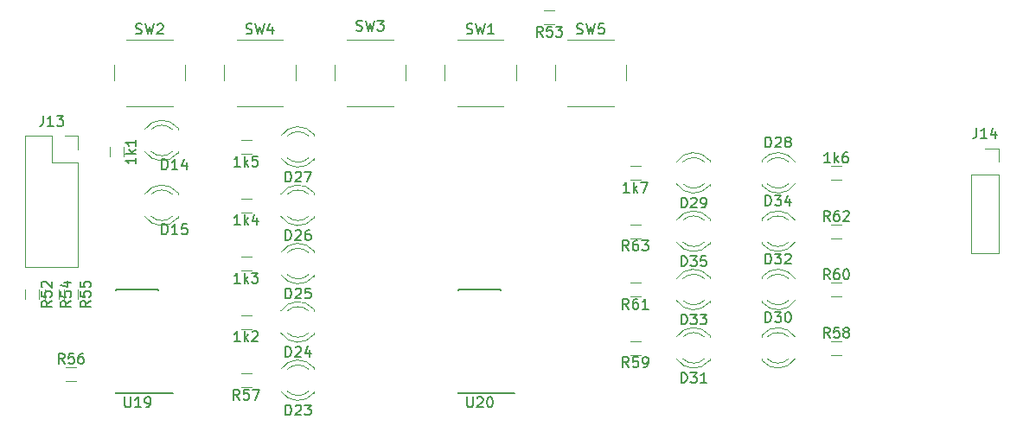
<source format=gbr>
G04 #@! TF.GenerationSoftware,KiCad,Pcbnew,(5.1.5)-3*
G04 #@! TF.CreationDate,2020-07-08T15:38:15+02:00*
G04 #@! TF.ProjectId,SBIO3,5342494f-332e-46b6-9963-61645f706362,rev?*
G04 #@! TF.SameCoordinates,Original*
G04 #@! TF.FileFunction,Legend,Top*
G04 #@! TF.FilePolarity,Positive*
%FSLAX46Y46*%
G04 Gerber Fmt 4.6, Leading zero omitted, Abs format (unit mm)*
G04 Created by KiCad (PCBNEW (5.1.5)-3) date 2020-07-08 15:38:15*
%MOMM*%
%LPD*%
G04 APERTURE LIST*
%ADD10C,0.120000*%
%ADD11C,0.150000*%
G04 APERTURE END LIST*
D10*
X79340000Y-151489000D02*
X80670000Y-151489000D01*
X80670000Y-151489000D02*
X80670000Y-152819000D01*
X78070000Y-151489000D02*
X78070000Y-154089000D01*
X78070000Y-154089000D02*
X80670000Y-154089000D01*
X80670000Y-154089000D02*
X80670000Y-164309000D01*
X75470000Y-164309000D02*
X80670000Y-164309000D01*
X75470000Y-151489000D02*
X75470000Y-164309000D01*
X75470000Y-151489000D02*
X78070000Y-151489000D01*
X169446500Y-152695500D02*
X170776500Y-152695500D01*
X170776500Y-152695500D02*
X170776500Y-154025500D01*
X170776500Y-155295500D02*
X170776500Y-162975500D01*
X168116500Y-162975500D02*
X170776500Y-162975500D01*
X168116500Y-155295500D02*
X168116500Y-162975500D01*
X168116500Y-155295500D02*
X170776500Y-155295500D01*
X87823870Y-157200163D02*
G75*
G02X89905961Y-157200000I1041130J-1079837D01*
G01*
X87823870Y-159359837D02*
G75*
G03X89905961Y-159360000I1041130J1079837D01*
G01*
X87192665Y-157201392D02*
G75*
G02X90425000Y-157044484I1672335J-1078608D01*
G01*
X87192665Y-159358608D02*
G75*
G03X90425000Y-159515516I1672335J1078608D01*
G01*
X90425000Y-157200000D02*
X90425000Y-157044000D01*
X90425000Y-159516000D02*
X90425000Y-159360000D01*
X87823870Y-150850163D02*
G75*
G02X89905961Y-150850000I1041130J-1079837D01*
G01*
X87823870Y-153009837D02*
G75*
G03X89905961Y-153010000I1041130J1079837D01*
G01*
X87192665Y-150851392D02*
G75*
G02X90425000Y-150694484I1672335J-1078608D01*
G01*
X87192665Y-153008608D02*
G75*
G03X90425000Y-153165516I1672335J1078608D01*
G01*
X90425000Y-150850000D02*
X90425000Y-150694000D01*
X90425000Y-153166000D02*
X90425000Y-153010000D01*
D11*
X88560000Y-176690000D02*
X88560000Y-176665000D01*
X84410000Y-176690000D02*
X84410000Y-176585000D01*
X84410000Y-166540000D02*
X84410000Y-166645000D01*
X88560000Y-166540000D02*
X88560000Y-166645000D01*
X88560000Y-176690000D02*
X84410000Y-176690000D01*
X88560000Y-166540000D02*
X84410000Y-166540000D01*
X88560000Y-176665000D02*
X89935000Y-176665000D01*
D10*
X123555000Y-146040000D02*
X123555000Y-144540000D01*
X122305000Y-142040000D02*
X117805000Y-142040000D01*
X116555000Y-144540000D02*
X116555000Y-146040000D01*
X117805000Y-148540000D02*
X122305000Y-148540000D01*
X85420000Y-148540000D02*
X89920000Y-148540000D01*
X84170000Y-144540000D02*
X84170000Y-146040000D01*
X89920000Y-142040000D02*
X85420000Y-142040000D01*
X91170000Y-146040000D02*
X91170000Y-144540000D01*
D11*
X122055000Y-176665000D02*
X123430000Y-176665000D01*
X122055000Y-166540000D02*
X117905000Y-166540000D01*
X122055000Y-176690000D02*
X117905000Y-176690000D01*
X122055000Y-166540000D02*
X122055000Y-166645000D01*
X117905000Y-166540000D02*
X117905000Y-166645000D01*
X117905000Y-176690000D02*
X117905000Y-176585000D01*
X122055000Y-176690000D02*
X122055000Y-176665000D01*
D10*
X96215000Y-148540000D02*
X100715000Y-148540000D01*
X94965000Y-144540000D02*
X94965000Y-146040000D01*
X100715000Y-142040000D02*
X96215000Y-142040000D01*
X101965000Y-146040000D02*
X101965000Y-144540000D01*
X134350000Y-146040000D02*
X134350000Y-144540000D01*
X133100000Y-142040000D02*
X128600000Y-142040000D01*
X127350000Y-144540000D02*
X127350000Y-146040000D01*
X128600000Y-148540000D02*
X133100000Y-148540000D01*
X112760000Y-146040000D02*
X112760000Y-144540000D01*
X111510000Y-142040000D02*
X107010000Y-142040000D01*
X105760000Y-144540000D02*
X105760000Y-146040000D01*
X107010000Y-148540000D02*
X111510000Y-148540000D01*
X142495000Y-159740000D02*
X142495000Y-159584000D01*
X142495000Y-162056000D02*
X142495000Y-161900000D01*
X139893870Y-159740163D02*
G75*
G02X141975961Y-159740000I1041130J-1079837D01*
G01*
X139893870Y-161899837D02*
G75*
G03X141975961Y-161900000I1041130J1079837D01*
G01*
X139262665Y-159741392D02*
G75*
G02X142495000Y-159584484I1672335J-1078608D01*
G01*
X139262665Y-161898608D02*
G75*
G03X142495000Y-162055516I1672335J1078608D01*
G01*
X97620000Y-176105000D02*
X96620000Y-176105000D01*
X96620000Y-174745000D02*
X97620000Y-174745000D01*
X155405000Y-161500000D02*
X154405000Y-161500000D01*
X154405000Y-160140000D02*
X155405000Y-160140000D01*
X100527665Y-176503608D02*
G75*
G03X103760000Y-176660516I1672335J1078608D01*
G01*
X100527665Y-174346392D02*
G75*
G02X103760000Y-174189484I1672335J-1078608D01*
G01*
X101158870Y-176504837D02*
G75*
G03X103240961Y-176505000I1041130J1079837D01*
G01*
X101158870Y-174345163D02*
G75*
G02X103240961Y-174345000I1041130J-1079837D01*
G01*
X103760000Y-176661000D02*
X103760000Y-176505000D01*
X103760000Y-174345000D02*
X103760000Y-174189000D01*
X103760000Y-157200000D02*
X103760000Y-157044000D01*
X103760000Y-159516000D02*
X103760000Y-159360000D01*
X101158870Y-157200163D02*
G75*
G02X103240961Y-157200000I1041130J-1079837D01*
G01*
X101158870Y-159359837D02*
G75*
G03X103240961Y-159360000I1041130J1079837D01*
G01*
X100527665Y-157201392D02*
G75*
G02X103760000Y-157044484I1672335J-1078608D01*
G01*
X100527665Y-159358608D02*
G75*
G03X103760000Y-159515516I1672335J1078608D01*
G01*
X103760000Y-151485000D02*
X103760000Y-151329000D01*
X103760000Y-153801000D02*
X103760000Y-153645000D01*
X101158870Y-151485163D02*
G75*
G02X103240961Y-151485000I1041130J-1079837D01*
G01*
X101158870Y-153644837D02*
G75*
G03X103240961Y-153645000I1041130J1079837D01*
G01*
X100527665Y-151486392D02*
G75*
G02X103760000Y-151329484I1672335J-1078608D01*
G01*
X100527665Y-153643608D02*
G75*
G03X103760000Y-153800516I1672335J1078608D01*
G01*
X139262665Y-173328608D02*
G75*
G03X142495000Y-173485516I1672335J1078608D01*
G01*
X139262665Y-171171392D02*
G75*
G02X142495000Y-171014484I1672335J-1078608D01*
G01*
X139893870Y-173329837D02*
G75*
G03X141975961Y-173330000I1041130J1079837D01*
G01*
X139893870Y-171170163D02*
G75*
G02X141975961Y-171170000I1041130J-1079837D01*
G01*
X142495000Y-173486000D02*
X142495000Y-173330000D01*
X142495000Y-171170000D02*
X142495000Y-171014000D01*
X150862335Y-165456392D02*
G75*
G03X147630000Y-165299484I-1672335J-1078608D01*
G01*
X150862335Y-167613608D02*
G75*
G02X147630000Y-167770516I-1672335J1078608D01*
G01*
X150231130Y-165455163D02*
G75*
G03X148149039Y-165455000I-1041130J-1079837D01*
G01*
X150231130Y-167614837D02*
G75*
G02X148149039Y-167615000I-1041130J1079837D01*
G01*
X147630000Y-165299000D02*
X147630000Y-165455000D01*
X147630000Y-167615000D02*
X147630000Y-167771000D01*
X142495000Y-154025000D02*
X142495000Y-153869000D01*
X142495000Y-156341000D02*
X142495000Y-156185000D01*
X139893870Y-154025163D02*
G75*
G02X141975961Y-154025000I1041130J-1079837D01*
G01*
X139893870Y-156184837D02*
G75*
G03X141975961Y-156185000I1041130J1079837D01*
G01*
X139262665Y-154026392D02*
G75*
G02X142495000Y-153869484I1672335J-1078608D01*
G01*
X139262665Y-156183608D02*
G75*
G03X142495000Y-156340516I1672335J1078608D01*
G01*
X75485000Y-167500000D02*
X75485000Y-166500000D01*
X76845000Y-166500000D02*
X76845000Y-167500000D01*
X79475000Y-174110000D02*
X80475000Y-174110000D01*
X80475000Y-175470000D02*
X79475000Y-175470000D01*
X135720000Y-167215000D02*
X134720000Y-167215000D01*
X134720000Y-165855000D02*
X135720000Y-165855000D01*
X97620000Y-158960000D02*
X96620000Y-158960000D01*
X96620000Y-157600000D02*
X97620000Y-157600000D01*
X134720000Y-154425000D02*
X135720000Y-154425000D01*
X135720000Y-155785000D02*
X134720000Y-155785000D01*
X103760000Y-162915000D02*
X103760000Y-162759000D01*
X103760000Y-165231000D02*
X103760000Y-165075000D01*
X101158870Y-162915163D02*
G75*
G02X103240961Y-162915000I1041130J-1079837D01*
G01*
X101158870Y-165074837D02*
G75*
G03X103240961Y-165075000I1041130J1079837D01*
G01*
X100527665Y-162916392D02*
G75*
G02X103760000Y-162759484I1672335J-1078608D01*
G01*
X100527665Y-165073608D02*
G75*
G03X103760000Y-165230516I1672335J1078608D01*
G01*
X150862335Y-159741392D02*
G75*
G03X147630000Y-159584484I-1672335J-1078608D01*
G01*
X150862335Y-161898608D02*
G75*
G02X147630000Y-162055516I-1672335J1078608D01*
G01*
X150231130Y-159740163D02*
G75*
G03X148149039Y-159740000I-1041130J-1079837D01*
G01*
X150231130Y-161899837D02*
G75*
G02X148149039Y-161900000I-1041130J1079837D01*
G01*
X147630000Y-159584000D02*
X147630000Y-159740000D01*
X147630000Y-161900000D02*
X147630000Y-162056000D01*
X96620000Y-151885000D02*
X97620000Y-151885000D01*
X97620000Y-153245000D02*
X96620000Y-153245000D01*
X83740000Y-153530000D02*
X83740000Y-152530000D01*
X85100000Y-152530000D02*
X85100000Y-153530000D01*
X96620000Y-163315000D02*
X97620000Y-163315000D01*
X97620000Y-164675000D02*
X96620000Y-164675000D01*
X97620000Y-170390000D02*
X96620000Y-170390000D01*
X96620000Y-169030000D02*
X97620000Y-169030000D01*
X150862335Y-171171392D02*
G75*
G03X147630000Y-171014484I-1672335J-1078608D01*
G01*
X150862335Y-173328608D02*
G75*
G02X147630000Y-173485516I-1672335J1078608D01*
G01*
X150231130Y-171170163D02*
G75*
G03X148149039Y-171170000I-1041130J-1079837D01*
G01*
X150231130Y-173329837D02*
G75*
G02X148149039Y-173330000I-1041130J1079837D01*
G01*
X147630000Y-171014000D02*
X147630000Y-171170000D01*
X147630000Y-173330000D02*
X147630000Y-173486000D01*
X139262665Y-167613608D02*
G75*
G03X142495000Y-167770516I1672335J1078608D01*
G01*
X139262665Y-165456392D02*
G75*
G02X142495000Y-165299484I1672335J-1078608D01*
G01*
X139893870Y-167614837D02*
G75*
G03X141975961Y-167615000I1041130J1079837D01*
G01*
X139893870Y-165455163D02*
G75*
G02X141975961Y-165455000I1041130J-1079837D01*
G01*
X142495000Y-167771000D02*
X142495000Y-167615000D01*
X142495000Y-165455000D02*
X142495000Y-165299000D01*
X78750000Y-166500000D02*
X78750000Y-167500000D01*
X77390000Y-167500000D02*
X77390000Y-166500000D01*
X147630000Y-156185000D02*
X147630000Y-156341000D01*
X147630000Y-153869000D02*
X147630000Y-154025000D01*
X150231130Y-156184837D02*
G75*
G02X148149039Y-156185000I-1041130J1079837D01*
G01*
X150231130Y-154025163D02*
G75*
G03X148149039Y-154025000I-1041130J-1079837D01*
G01*
X150862335Y-156183608D02*
G75*
G02X147630000Y-156340516I-1672335J1078608D01*
G01*
X150862335Y-154026392D02*
G75*
G03X147630000Y-153869484I-1672335J-1078608D01*
G01*
X80655000Y-166500000D02*
X80655000Y-167500000D01*
X79295000Y-167500000D02*
X79295000Y-166500000D01*
X154405000Y-171570000D02*
X155405000Y-171570000D01*
X155405000Y-172930000D02*
X154405000Y-172930000D01*
X126295000Y-139185000D02*
X127295000Y-139185000D01*
X127295000Y-140545000D02*
X126295000Y-140545000D01*
X154405000Y-154425000D02*
X155405000Y-154425000D01*
X155405000Y-155785000D02*
X154405000Y-155785000D01*
X134720000Y-171570000D02*
X135720000Y-171570000D01*
X135720000Y-172930000D02*
X134720000Y-172930000D01*
X154405000Y-165855000D02*
X155405000Y-165855000D01*
X155405000Y-167215000D02*
X154405000Y-167215000D01*
X134720000Y-160140000D02*
X135720000Y-160140000D01*
X135720000Y-161500000D02*
X134720000Y-161500000D01*
X103760000Y-168630000D02*
X103760000Y-168474000D01*
X103760000Y-170946000D02*
X103760000Y-170790000D01*
X101158870Y-168630163D02*
G75*
G02X103240961Y-168630000I1041130J-1079837D01*
G01*
X101158870Y-170789837D02*
G75*
G03X103240961Y-170790000I1041130J1079837D01*
G01*
X100527665Y-168631392D02*
G75*
G02X103760000Y-168474484I1672335J-1078608D01*
G01*
X100527665Y-170788608D02*
G75*
G03X103760000Y-170945516I1672335J1078608D01*
G01*
D11*
X77260476Y-149501380D02*
X77260476Y-150215666D01*
X77212857Y-150358523D01*
X77117619Y-150453761D01*
X76974761Y-150501380D01*
X76879523Y-150501380D01*
X78260476Y-150501380D02*
X77689047Y-150501380D01*
X77974761Y-150501380D02*
X77974761Y-149501380D01*
X77879523Y-149644238D01*
X77784285Y-149739476D01*
X77689047Y-149787095D01*
X78593809Y-149501380D02*
X79212857Y-149501380D01*
X78879523Y-149882333D01*
X79022380Y-149882333D01*
X79117619Y-149929952D01*
X79165238Y-149977571D01*
X79212857Y-150072809D01*
X79212857Y-150310904D01*
X79165238Y-150406142D01*
X79117619Y-150453761D01*
X79022380Y-150501380D01*
X78736666Y-150501380D01*
X78641428Y-150453761D01*
X78593809Y-150406142D01*
X168636976Y-150707880D02*
X168636976Y-151422166D01*
X168589357Y-151565023D01*
X168494119Y-151660261D01*
X168351261Y-151707880D01*
X168256023Y-151707880D01*
X169636976Y-151707880D02*
X169065547Y-151707880D01*
X169351261Y-151707880D02*
X169351261Y-150707880D01*
X169256023Y-150850738D01*
X169160785Y-150945976D01*
X169065547Y-150993595D01*
X170494119Y-151041214D02*
X170494119Y-151707880D01*
X170256023Y-150660261D02*
X170017928Y-151374547D01*
X170636976Y-151374547D01*
X88895314Y-161119980D02*
X88895314Y-160119980D01*
X89133409Y-160119980D01*
X89276266Y-160167600D01*
X89371504Y-160262838D01*
X89419123Y-160358076D01*
X89466742Y-160548552D01*
X89466742Y-160691409D01*
X89419123Y-160881885D01*
X89371504Y-160977123D01*
X89276266Y-161072361D01*
X89133409Y-161119980D01*
X88895314Y-161119980D01*
X90419123Y-161119980D02*
X89847695Y-161119980D01*
X90133409Y-161119980D02*
X90133409Y-160119980D01*
X90038171Y-160262838D01*
X89942933Y-160358076D01*
X89847695Y-160405695D01*
X91323885Y-160119980D02*
X90847695Y-160119980D01*
X90800076Y-160596171D01*
X90847695Y-160548552D01*
X90942933Y-160500933D01*
X91181028Y-160500933D01*
X91276266Y-160548552D01*
X91323885Y-160596171D01*
X91371504Y-160691409D01*
X91371504Y-160929504D01*
X91323885Y-161024742D01*
X91276266Y-161072361D01*
X91181028Y-161119980D01*
X90942933Y-161119980D01*
X90847695Y-161072361D01*
X90800076Y-161024742D01*
X88895314Y-154769980D02*
X88895314Y-153769980D01*
X89133409Y-153769980D01*
X89276266Y-153817600D01*
X89371504Y-153912838D01*
X89419123Y-154008076D01*
X89466742Y-154198552D01*
X89466742Y-154341409D01*
X89419123Y-154531885D01*
X89371504Y-154627123D01*
X89276266Y-154722361D01*
X89133409Y-154769980D01*
X88895314Y-154769980D01*
X90419123Y-154769980D02*
X89847695Y-154769980D01*
X90133409Y-154769980D02*
X90133409Y-153769980D01*
X90038171Y-153912838D01*
X89942933Y-154008076D01*
X89847695Y-154055695D01*
X91276266Y-154103314D02*
X91276266Y-154769980D01*
X91038171Y-153722361D02*
X90800076Y-154436647D01*
X91419123Y-154436647D01*
X85246904Y-177067380D02*
X85246904Y-177876904D01*
X85294523Y-177972142D01*
X85342142Y-178019761D01*
X85437380Y-178067380D01*
X85627857Y-178067380D01*
X85723095Y-178019761D01*
X85770714Y-177972142D01*
X85818333Y-177876904D01*
X85818333Y-177067380D01*
X86818333Y-178067380D02*
X86246904Y-178067380D01*
X86532619Y-178067380D02*
X86532619Y-177067380D01*
X86437380Y-177210238D01*
X86342142Y-177305476D01*
X86246904Y-177353095D01*
X87294523Y-178067380D02*
X87485000Y-178067380D01*
X87580238Y-178019761D01*
X87627857Y-177972142D01*
X87723095Y-177829285D01*
X87770714Y-177638809D01*
X87770714Y-177257857D01*
X87723095Y-177162619D01*
X87675476Y-177115000D01*
X87580238Y-177067380D01*
X87389761Y-177067380D01*
X87294523Y-177115000D01*
X87246904Y-177162619D01*
X87199285Y-177257857D01*
X87199285Y-177495952D01*
X87246904Y-177591190D01*
X87294523Y-177638809D01*
X87389761Y-177686428D01*
X87580238Y-177686428D01*
X87675476Y-177638809D01*
X87723095Y-177591190D01*
X87770714Y-177495952D01*
X118721666Y-141444761D02*
X118864523Y-141492380D01*
X119102619Y-141492380D01*
X119197857Y-141444761D01*
X119245476Y-141397142D01*
X119293095Y-141301904D01*
X119293095Y-141206666D01*
X119245476Y-141111428D01*
X119197857Y-141063809D01*
X119102619Y-141016190D01*
X118912142Y-140968571D01*
X118816904Y-140920952D01*
X118769285Y-140873333D01*
X118721666Y-140778095D01*
X118721666Y-140682857D01*
X118769285Y-140587619D01*
X118816904Y-140540000D01*
X118912142Y-140492380D01*
X119150238Y-140492380D01*
X119293095Y-140540000D01*
X119626428Y-140492380D02*
X119864523Y-141492380D01*
X120055000Y-140778095D01*
X120245476Y-141492380D01*
X120483571Y-140492380D01*
X121388333Y-141492380D02*
X120816904Y-141492380D01*
X121102619Y-141492380D02*
X121102619Y-140492380D01*
X121007380Y-140635238D01*
X120912142Y-140730476D01*
X120816904Y-140778095D01*
X86336666Y-141444761D02*
X86479523Y-141492380D01*
X86717619Y-141492380D01*
X86812857Y-141444761D01*
X86860476Y-141397142D01*
X86908095Y-141301904D01*
X86908095Y-141206666D01*
X86860476Y-141111428D01*
X86812857Y-141063809D01*
X86717619Y-141016190D01*
X86527142Y-140968571D01*
X86431904Y-140920952D01*
X86384285Y-140873333D01*
X86336666Y-140778095D01*
X86336666Y-140682857D01*
X86384285Y-140587619D01*
X86431904Y-140540000D01*
X86527142Y-140492380D01*
X86765238Y-140492380D01*
X86908095Y-140540000D01*
X87241428Y-140492380D02*
X87479523Y-141492380D01*
X87670000Y-140778095D01*
X87860476Y-141492380D01*
X88098571Y-140492380D01*
X88431904Y-140587619D02*
X88479523Y-140540000D01*
X88574761Y-140492380D01*
X88812857Y-140492380D01*
X88908095Y-140540000D01*
X88955714Y-140587619D01*
X89003333Y-140682857D01*
X89003333Y-140778095D01*
X88955714Y-140920952D01*
X88384285Y-141492380D01*
X89003333Y-141492380D01*
X118741904Y-177067380D02*
X118741904Y-177876904D01*
X118789523Y-177972142D01*
X118837142Y-178019761D01*
X118932380Y-178067380D01*
X119122857Y-178067380D01*
X119218095Y-178019761D01*
X119265714Y-177972142D01*
X119313333Y-177876904D01*
X119313333Y-177067380D01*
X119741904Y-177162619D02*
X119789523Y-177115000D01*
X119884761Y-177067380D01*
X120122857Y-177067380D01*
X120218095Y-177115000D01*
X120265714Y-177162619D01*
X120313333Y-177257857D01*
X120313333Y-177353095D01*
X120265714Y-177495952D01*
X119694285Y-178067380D01*
X120313333Y-178067380D01*
X120932380Y-177067380D02*
X121027619Y-177067380D01*
X121122857Y-177115000D01*
X121170476Y-177162619D01*
X121218095Y-177257857D01*
X121265714Y-177448333D01*
X121265714Y-177686428D01*
X121218095Y-177876904D01*
X121170476Y-177972142D01*
X121122857Y-178019761D01*
X121027619Y-178067380D01*
X120932380Y-178067380D01*
X120837142Y-178019761D01*
X120789523Y-177972142D01*
X120741904Y-177876904D01*
X120694285Y-177686428D01*
X120694285Y-177448333D01*
X120741904Y-177257857D01*
X120789523Y-177162619D01*
X120837142Y-177115000D01*
X120932380Y-177067380D01*
X97131666Y-141444761D02*
X97274523Y-141492380D01*
X97512619Y-141492380D01*
X97607857Y-141444761D01*
X97655476Y-141397142D01*
X97703095Y-141301904D01*
X97703095Y-141206666D01*
X97655476Y-141111428D01*
X97607857Y-141063809D01*
X97512619Y-141016190D01*
X97322142Y-140968571D01*
X97226904Y-140920952D01*
X97179285Y-140873333D01*
X97131666Y-140778095D01*
X97131666Y-140682857D01*
X97179285Y-140587619D01*
X97226904Y-140540000D01*
X97322142Y-140492380D01*
X97560238Y-140492380D01*
X97703095Y-140540000D01*
X98036428Y-140492380D02*
X98274523Y-141492380D01*
X98465000Y-140778095D01*
X98655476Y-141492380D01*
X98893571Y-140492380D01*
X99703095Y-140825714D02*
X99703095Y-141492380D01*
X99465000Y-140444761D02*
X99226904Y-141159047D01*
X99845952Y-141159047D01*
X129516666Y-141444761D02*
X129659523Y-141492380D01*
X129897619Y-141492380D01*
X129992857Y-141444761D01*
X130040476Y-141397142D01*
X130088095Y-141301904D01*
X130088095Y-141206666D01*
X130040476Y-141111428D01*
X129992857Y-141063809D01*
X129897619Y-141016190D01*
X129707142Y-140968571D01*
X129611904Y-140920952D01*
X129564285Y-140873333D01*
X129516666Y-140778095D01*
X129516666Y-140682857D01*
X129564285Y-140587619D01*
X129611904Y-140540000D01*
X129707142Y-140492380D01*
X129945238Y-140492380D01*
X130088095Y-140540000D01*
X130421428Y-140492380D02*
X130659523Y-141492380D01*
X130850000Y-140778095D01*
X131040476Y-141492380D01*
X131278571Y-140492380D01*
X132135714Y-140492380D02*
X131659523Y-140492380D01*
X131611904Y-140968571D01*
X131659523Y-140920952D01*
X131754761Y-140873333D01*
X131992857Y-140873333D01*
X132088095Y-140920952D01*
X132135714Y-140968571D01*
X132183333Y-141063809D01*
X132183333Y-141301904D01*
X132135714Y-141397142D01*
X132088095Y-141444761D01*
X131992857Y-141492380D01*
X131754761Y-141492380D01*
X131659523Y-141444761D01*
X131611904Y-141397142D01*
X107918665Y-141128760D02*
X108061522Y-141176379D01*
X108299618Y-141176379D01*
X108394856Y-141128760D01*
X108442475Y-141081141D01*
X108490094Y-140985903D01*
X108490094Y-140890665D01*
X108442475Y-140795427D01*
X108394856Y-140747808D01*
X108299618Y-140700189D01*
X108109141Y-140652570D01*
X108013903Y-140604951D01*
X107966284Y-140557332D01*
X107918665Y-140462094D01*
X107918665Y-140366856D01*
X107966284Y-140271618D01*
X108013903Y-140223999D01*
X108109141Y-140176379D01*
X108347237Y-140176379D01*
X108490094Y-140223999D01*
X108823427Y-140176379D02*
X109061522Y-141176379D01*
X109251999Y-140462094D01*
X109442475Y-141176379D01*
X109680570Y-140176379D01*
X109966284Y-140176379D02*
X110585332Y-140176379D01*
X110251999Y-140557332D01*
X110394856Y-140557332D01*
X110490094Y-140604951D01*
X110537713Y-140652570D01*
X110585332Y-140747808D01*
X110585332Y-140985903D01*
X110537713Y-141081141D01*
X110490094Y-141128760D01*
X110394856Y-141176379D01*
X110109141Y-141176379D01*
X110013903Y-141128760D01*
X109966284Y-141081141D01*
X139720714Y-164232380D02*
X139720714Y-163232380D01*
X139958809Y-163232380D01*
X140101666Y-163280000D01*
X140196904Y-163375238D01*
X140244523Y-163470476D01*
X140292142Y-163660952D01*
X140292142Y-163803809D01*
X140244523Y-163994285D01*
X140196904Y-164089523D01*
X140101666Y-164184761D01*
X139958809Y-164232380D01*
X139720714Y-164232380D01*
X140625476Y-163232380D02*
X141244523Y-163232380D01*
X140911190Y-163613333D01*
X141054047Y-163613333D01*
X141149285Y-163660952D01*
X141196904Y-163708571D01*
X141244523Y-163803809D01*
X141244523Y-164041904D01*
X141196904Y-164137142D01*
X141149285Y-164184761D01*
X141054047Y-164232380D01*
X140768333Y-164232380D01*
X140673095Y-164184761D01*
X140625476Y-164137142D01*
X142149285Y-163232380D02*
X141673095Y-163232380D01*
X141625476Y-163708571D01*
X141673095Y-163660952D01*
X141768333Y-163613333D01*
X142006428Y-163613333D01*
X142101666Y-163660952D01*
X142149285Y-163708571D01*
X142196904Y-163803809D01*
X142196904Y-164041904D01*
X142149285Y-164137142D01*
X142101666Y-164184761D01*
X142006428Y-164232380D01*
X141768333Y-164232380D01*
X141673095Y-164184761D01*
X141625476Y-164137142D01*
X96477142Y-177327380D02*
X96143809Y-176851190D01*
X95905714Y-177327380D02*
X95905714Y-176327380D01*
X96286666Y-176327380D01*
X96381904Y-176375000D01*
X96429523Y-176422619D01*
X96477142Y-176517857D01*
X96477142Y-176660714D01*
X96429523Y-176755952D01*
X96381904Y-176803571D01*
X96286666Y-176851190D01*
X95905714Y-176851190D01*
X97381904Y-176327380D02*
X96905714Y-176327380D01*
X96858095Y-176803571D01*
X96905714Y-176755952D01*
X97000952Y-176708333D01*
X97239047Y-176708333D01*
X97334285Y-176755952D01*
X97381904Y-176803571D01*
X97429523Y-176898809D01*
X97429523Y-177136904D01*
X97381904Y-177232142D01*
X97334285Y-177279761D01*
X97239047Y-177327380D01*
X97000952Y-177327380D01*
X96905714Y-177279761D01*
X96858095Y-177232142D01*
X97762857Y-176327380D02*
X98429523Y-176327380D01*
X98000952Y-177327380D01*
X154262142Y-159822380D02*
X153928809Y-159346190D01*
X153690714Y-159822380D02*
X153690714Y-158822380D01*
X154071666Y-158822380D01*
X154166904Y-158870000D01*
X154214523Y-158917619D01*
X154262142Y-159012857D01*
X154262142Y-159155714D01*
X154214523Y-159250952D01*
X154166904Y-159298571D01*
X154071666Y-159346190D01*
X153690714Y-159346190D01*
X155119285Y-158822380D02*
X154928809Y-158822380D01*
X154833571Y-158870000D01*
X154785952Y-158917619D01*
X154690714Y-159060476D01*
X154643095Y-159250952D01*
X154643095Y-159631904D01*
X154690714Y-159727142D01*
X154738333Y-159774761D01*
X154833571Y-159822380D01*
X155024047Y-159822380D01*
X155119285Y-159774761D01*
X155166904Y-159727142D01*
X155214523Y-159631904D01*
X155214523Y-159393809D01*
X155166904Y-159298571D01*
X155119285Y-159250952D01*
X155024047Y-159203333D01*
X154833571Y-159203333D01*
X154738333Y-159250952D01*
X154690714Y-159298571D01*
X154643095Y-159393809D01*
X155595476Y-158917619D02*
X155643095Y-158870000D01*
X155738333Y-158822380D01*
X155976428Y-158822380D01*
X156071666Y-158870000D01*
X156119285Y-158917619D01*
X156166904Y-159012857D01*
X156166904Y-159108095D01*
X156119285Y-159250952D01*
X155547857Y-159822380D01*
X156166904Y-159822380D01*
X100985714Y-178837380D02*
X100985714Y-177837380D01*
X101223809Y-177837380D01*
X101366666Y-177885000D01*
X101461904Y-177980238D01*
X101509523Y-178075476D01*
X101557142Y-178265952D01*
X101557142Y-178408809D01*
X101509523Y-178599285D01*
X101461904Y-178694523D01*
X101366666Y-178789761D01*
X101223809Y-178837380D01*
X100985714Y-178837380D01*
X101938095Y-177932619D02*
X101985714Y-177885000D01*
X102080952Y-177837380D01*
X102319047Y-177837380D01*
X102414285Y-177885000D01*
X102461904Y-177932619D01*
X102509523Y-178027857D01*
X102509523Y-178123095D01*
X102461904Y-178265952D01*
X101890476Y-178837380D01*
X102509523Y-178837380D01*
X102842857Y-177837380D02*
X103461904Y-177837380D01*
X103128571Y-178218333D01*
X103271428Y-178218333D01*
X103366666Y-178265952D01*
X103414285Y-178313571D01*
X103461904Y-178408809D01*
X103461904Y-178646904D01*
X103414285Y-178742142D01*
X103366666Y-178789761D01*
X103271428Y-178837380D01*
X102985714Y-178837380D01*
X102890476Y-178789761D01*
X102842857Y-178742142D01*
X100985714Y-161692380D02*
X100985714Y-160692380D01*
X101223809Y-160692380D01*
X101366666Y-160740000D01*
X101461904Y-160835238D01*
X101509523Y-160930476D01*
X101557142Y-161120952D01*
X101557142Y-161263809D01*
X101509523Y-161454285D01*
X101461904Y-161549523D01*
X101366666Y-161644761D01*
X101223809Y-161692380D01*
X100985714Y-161692380D01*
X101938095Y-160787619D02*
X101985714Y-160740000D01*
X102080952Y-160692380D01*
X102319047Y-160692380D01*
X102414285Y-160740000D01*
X102461904Y-160787619D01*
X102509523Y-160882857D01*
X102509523Y-160978095D01*
X102461904Y-161120952D01*
X101890476Y-161692380D01*
X102509523Y-161692380D01*
X103366666Y-160692380D02*
X103176190Y-160692380D01*
X103080952Y-160740000D01*
X103033333Y-160787619D01*
X102938095Y-160930476D01*
X102890476Y-161120952D01*
X102890476Y-161501904D01*
X102938095Y-161597142D01*
X102985714Y-161644761D01*
X103080952Y-161692380D01*
X103271428Y-161692380D01*
X103366666Y-161644761D01*
X103414285Y-161597142D01*
X103461904Y-161501904D01*
X103461904Y-161263809D01*
X103414285Y-161168571D01*
X103366666Y-161120952D01*
X103271428Y-161073333D01*
X103080952Y-161073333D01*
X102985714Y-161120952D01*
X102938095Y-161168571D01*
X102890476Y-161263809D01*
X100985714Y-155977380D02*
X100985714Y-154977380D01*
X101223809Y-154977380D01*
X101366666Y-155025000D01*
X101461904Y-155120238D01*
X101509523Y-155215476D01*
X101557142Y-155405952D01*
X101557142Y-155548809D01*
X101509523Y-155739285D01*
X101461904Y-155834523D01*
X101366666Y-155929761D01*
X101223809Y-155977380D01*
X100985714Y-155977380D01*
X101938095Y-155072619D02*
X101985714Y-155025000D01*
X102080952Y-154977380D01*
X102319047Y-154977380D01*
X102414285Y-155025000D01*
X102461904Y-155072619D01*
X102509523Y-155167857D01*
X102509523Y-155263095D01*
X102461904Y-155405952D01*
X101890476Y-155977380D01*
X102509523Y-155977380D01*
X102842857Y-154977380D02*
X103509523Y-154977380D01*
X103080952Y-155977380D01*
X139720714Y-175662380D02*
X139720714Y-174662380D01*
X139958809Y-174662380D01*
X140101666Y-174710000D01*
X140196904Y-174805238D01*
X140244523Y-174900476D01*
X140292142Y-175090952D01*
X140292142Y-175233809D01*
X140244523Y-175424285D01*
X140196904Y-175519523D01*
X140101666Y-175614761D01*
X139958809Y-175662380D01*
X139720714Y-175662380D01*
X140625476Y-174662380D02*
X141244523Y-174662380D01*
X140911190Y-175043333D01*
X141054047Y-175043333D01*
X141149285Y-175090952D01*
X141196904Y-175138571D01*
X141244523Y-175233809D01*
X141244523Y-175471904D01*
X141196904Y-175567142D01*
X141149285Y-175614761D01*
X141054047Y-175662380D01*
X140768333Y-175662380D01*
X140673095Y-175614761D01*
X140625476Y-175567142D01*
X142196904Y-175662380D02*
X141625476Y-175662380D01*
X141911190Y-175662380D02*
X141911190Y-174662380D01*
X141815952Y-174805238D01*
X141720714Y-174900476D01*
X141625476Y-174948095D01*
X147975714Y-164027380D02*
X147975714Y-163027380D01*
X148213809Y-163027380D01*
X148356666Y-163075000D01*
X148451904Y-163170238D01*
X148499523Y-163265476D01*
X148547142Y-163455952D01*
X148547142Y-163598809D01*
X148499523Y-163789285D01*
X148451904Y-163884523D01*
X148356666Y-163979761D01*
X148213809Y-164027380D01*
X147975714Y-164027380D01*
X148880476Y-163027380D02*
X149499523Y-163027380D01*
X149166190Y-163408333D01*
X149309047Y-163408333D01*
X149404285Y-163455952D01*
X149451904Y-163503571D01*
X149499523Y-163598809D01*
X149499523Y-163836904D01*
X149451904Y-163932142D01*
X149404285Y-163979761D01*
X149309047Y-164027380D01*
X149023333Y-164027380D01*
X148928095Y-163979761D01*
X148880476Y-163932142D01*
X149880476Y-163122619D02*
X149928095Y-163075000D01*
X150023333Y-163027380D01*
X150261428Y-163027380D01*
X150356666Y-163075000D01*
X150404285Y-163122619D01*
X150451904Y-163217857D01*
X150451904Y-163313095D01*
X150404285Y-163455952D01*
X149832857Y-164027380D01*
X150451904Y-164027380D01*
X139720714Y-158517380D02*
X139720714Y-157517380D01*
X139958809Y-157517380D01*
X140101666Y-157565000D01*
X140196904Y-157660238D01*
X140244523Y-157755476D01*
X140292142Y-157945952D01*
X140292142Y-158088809D01*
X140244523Y-158279285D01*
X140196904Y-158374523D01*
X140101666Y-158469761D01*
X139958809Y-158517380D01*
X139720714Y-158517380D01*
X140673095Y-157612619D02*
X140720714Y-157565000D01*
X140815952Y-157517380D01*
X141054047Y-157517380D01*
X141149285Y-157565000D01*
X141196904Y-157612619D01*
X141244523Y-157707857D01*
X141244523Y-157803095D01*
X141196904Y-157945952D01*
X140625476Y-158517380D01*
X141244523Y-158517380D01*
X141720714Y-158517380D02*
X141911190Y-158517380D01*
X142006428Y-158469761D01*
X142054047Y-158422142D01*
X142149285Y-158279285D01*
X142196904Y-158088809D01*
X142196904Y-157707857D01*
X142149285Y-157612619D01*
X142101666Y-157565000D01*
X142006428Y-157517380D01*
X141815952Y-157517380D01*
X141720714Y-157565000D01*
X141673095Y-157612619D01*
X141625476Y-157707857D01*
X141625476Y-157945952D01*
X141673095Y-158041190D01*
X141720714Y-158088809D01*
X141815952Y-158136428D01*
X142006428Y-158136428D01*
X142101666Y-158088809D01*
X142149285Y-158041190D01*
X142196904Y-157945952D01*
X78067380Y-167642857D02*
X77591190Y-167976190D01*
X78067380Y-168214285D02*
X77067380Y-168214285D01*
X77067380Y-167833333D01*
X77115000Y-167738095D01*
X77162619Y-167690476D01*
X77257857Y-167642857D01*
X77400714Y-167642857D01*
X77495952Y-167690476D01*
X77543571Y-167738095D01*
X77591190Y-167833333D01*
X77591190Y-168214285D01*
X77067380Y-166738095D02*
X77067380Y-167214285D01*
X77543571Y-167261904D01*
X77495952Y-167214285D01*
X77448333Y-167119047D01*
X77448333Y-166880952D01*
X77495952Y-166785714D01*
X77543571Y-166738095D01*
X77638809Y-166690476D01*
X77876904Y-166690476D01*
X77972142Y-166738095D01*
X78019761Y-166785714D01*
X78067380Y-166880952D01*
X78067380Y-167119047D01*
X78019761Y-167214285D01*
X77972142Y-167261904D01*
X77162619Y-166309523D02*
X77115000Y-166261904D01*
X77067380Y-166166666D01*
X77067380Y-165928571D01*
X77115000Y-165833333D01*
X77162619Y-165785714D01*
X77257857Y-165738095D01*
X77353095Y-165738095D01*
X77495952Y-165785714D01*
X78067380Y-166357142D01*
X78067380Y-165738095D01*
X79332142Y-173792380D02*
X78998809Y-173316190D01*
X78760714Y-173792380D02*
X78760714Y-172792380D01*
X79141666Y-172792380D01*
X79236904Y-172840000D01*
X79284523Y-172887619D01*
X79332142Y-172982857D01*
X79332142Y-173125714D01*
X79284523Y-173220952D01*
X79236904Y-173268571D01*
X79141666Y-173316190D01*
X78760714Y-173316190D01*
X80236904Y-172792380D02*
X79760714Y-172792380D01*
X79713095Y-173268571D01*
X79760714Y-173220952D01*
X79855952Y-173173333D01*
X80094047Y-173173333D01*
X80189285Y-173220952D01*
X80236904Y-173268571D01*
X80284523Y-173363809D01*
X80284523Y-173601904D01*
X80236904Y-173697142D01*
X80189285Y-173744761D01*
X80094047Y-173792380D01*
X79855952Y-173792380D01*
X79760714Y-173744761D01*
X79713095Y-173697142D01*
X81141666Y-172792380D02*
X80951190Y-172792380D01*
X80855952Y-172840000D01*
X80808333Y-172887619D01*
X80713095Y-173030476D01*
X80665476Y-173220952D01*
X80665476Y-173601904D01*
X80713095Y-173697142D01*
X80760714Y-173744761D01*
X80855952Y-173792380D01*
X81046428Y-173792380D01*
X81141666Y-173744761D01*
X81189285Y-173697142D01*
X81236904Y-173601904D01*
X81236904Y-173363809D01*
X81189285Y-173268571D01*
X81141666Y-173220952D01*
X81046428Y-173173333D01*
X80855952Y-173173333D01*
X80760714Y-173220952D01*
X80713095Y-173268571D01*
X80665476Y-173363809D01*
X134577142Y-168437380D02*
X134243809Y-167961190D01*
X134005714Y-168437380D02*
X134005714Y-167437380D01*
X134386666Y-167437380D01*
X134481904Y-167485000D01*
X134529523Y-167532619D01*
X134577142Y-167627857D01*
X134577142Y-167770714D01*
X134529523Y-167865952D01*
X134481904Y-167913571D01*
X134386666Y-167961190D01*
X134005714Y-167961190D01*
X135434285Y-167437380D02*
X135243809Y-167437380D01*
X135148571Y-167485000D01*
X135100952Y-167532619D01*
X135005714Y-167675476D01*
X134958095Y-167865952D01*
X134958095Y-168246904D01*
X135005714Y-168342142D01*
X135053333Y-168389761D01*
X135148571Y-168437380D01*
X135339047Y-168437380D01*
X135434285Y-168389761D01*
X135481904Y-168342142D01*
X135529523Y-168246904D01*
X135529523Y-168008809D01*
X135481904Y-167913571D01*
X135434285Y-167865952D01*
X135339047Y-167818333D01*
X135148571Y-167818333D01*
X135053333Y-167865952D01*
X135005714Y-167913571D01*
X134958095Y-168008809D01*
X136481904Y-168437380D02*
X135910476Y-168437380D01*
X136196190Y-168437380D02*
X136196190Y-167437380D01*
X136100952Y-167580238D01*
X136005714Y-167675476D01*
X135910476Y-167723095D01*
X96524761Y-160182380D02*
X95953333Y-160182380D01*
X96239047Y-160182380D02*
X96239047Y-159182380D01*
X96143809Y-159325238D01*
X96048571Y-159420476D01*
X95953333Y-159468095D01*
X96953333Y-160182380D02*
X96953333Y-159182380D01*
X97048571Y-159801428D02*
X97334285Y-160182380D01*
X97334285Y-159515714D02*
X96953333Y-159896666D01*
X98191428Y-159515714D02*
X98191428Y-160182380D01*
X97953333Y-159134761D02*
X97715238Y-159849047D01*
X98334285Y-159849047D01*
X134624761Y-157007380D02*
X134053333Y-157007380D01*
X134339047Y-157007380D02*
X134339047Y-156007380D01*
X134243809Y-156150238D01*
X134148571Y-156245476D01*
X134053333Y-156293095D01*
X135053333Y-157007380D02*
X135053333Y-156007380D01*
X135148571Y-156626428D02*
X135434285Y-157007380D01*
X135434285Y-156340714D02*
X135053333Y-156721666D01*
X135767619Y-156007380D02*
X136434285Y-156007380D01*
X136005714Y-157007380D01*
X100985714Y-167407380D02*
X100985714Y-166407380D01*
X101223809Y-166407380D01*
X101366666Y-166455000D01*
X101461904Y-166550238D01*
X101509523Y-166645476D01*
X101557142Y-166835952D01*
X101557142Y-166978809D01*
X101509523Y-167169285D01*
X101461904Y-167264523D01*
X101366666Y-167359761D01*
X101223809Y-167407380D01*
X100985714Y-167407380D01*
X101938095Y-166502619D02*
X101985714Y-166455000D01*
X102080952Y-166407380D01*
X102319047Y-166407380D01*
X102414285Y-166455000D01*
X102461904Y-166502619D01*
X102509523Y-166597857D01*
X102509523Y-166693095D01*
X102461904Y-166835952D01*
X101890476Y-167407380D01*
X102509523Y-167407380D01*
X103414285Y-166407380D02*
X102938095Y-166407380D01*
X102890476Y-166883571D01*
X102938095Y-166835952D01*
X103033333Y-166788333D01*
X103271428Y-166788333D01*
X103366666Y-166835952D01*
X103414285Y-166883571D01*
X103461904Y-166978809D01*
X103461904Y-167216904D01*
X103414285Y-167312142D01*
X103366666Y-167359761D01*
X103271428Y-167407380D01*
X103033333Y-167407380D01*
X102938095Y-167359761D01*
X102890476Y-167312142D01*
X147975714Y-158312380D02*
X147975714Y-157312380D01*
X148213809Y-157312380D01*
X148356666Y-157360000D01*
X148451904Y-157455238D01*
X148499523Y-157550476D01*
X148547142Y-157740952D01*
X148547142Y-157883809D01*
X148499523Y-158074285D01*
X148451904Y-158169523D01*
X148356666Y-158264761D01*
X148213809Y-158312380D01*
X147975714Y-158312380D01*
X148880476Y-157312380D02*
X149499523Y-157312380D01*
X149166190Y-157693333D01*
X149309047Y-157693333D01*
X149404285Y-157740952D01*
X149451904Y-157788571D01*
X149499523Y-157883809D01*
X149499523Y-158121904D01*
X149451904Y-158217142D01*
X149404285Y-158264761D01*
X149309047Y-158312380D01*
X149023333Y-158312380D01*
X148928095Y-158264761D01*
X148880476Y-158217142D01*
X150356666Y-157645714D02*
X150356666Y-158312380D01*
X150118571Y-157264761D02*
X149880476Y-157979047D01*
X150499523Y-157979047D01*
X96524761Y-154467380D02*
X95953333Y-154467380D01*
X96239047Y-154467380D02*
X96239047Y-153467380D01*
X96143809Y-153610238D01*
X96048571Y-153705476D01*
X95953333Y-153753095D01*
X96953333Y-154467380D02*
X96953333Y-153467380D01*
X97048571Y-154086428D02*
X97334285Y-154467380D01*
X97334285Y-153800714D02*
X96953333Y-154181666D01*
X98239047Y-153467380D02*
X97762857Y-153467380D01*
X97715238Y-153943571D01*
X97762857Y-153895952D01*
X97858095Y-153848333D01*
X98096190Y-153848333D01*
X98191428Y-153895952D01*
X98239047Y-153943571D01*
X98286666Y-154038809D01*
X98286666Y-154276904D01*
X98239047Y-154372142D01*
X98191428Y-154419761D01*
X98096190Y-154467380D01*
X97858095Y-154467380D01*
X97762857Y-154419761D01*
X97715238Y-154372142D01*
X86322380Y-153625238D02*
X86322380Y-154196666D01*
X86322380Y-153910952D02*
X85322380Y-153910952D01*
X85465238Y-154006190D01*
X85560476Y-154101428D01*
X85608095Y-154196666D01*
X86322380Y-153196666D02*
X85322380Y-153196666D01*
X85941428Y-153101428D02*
X86322380Y-152815714D01*
X85655714Y-152815714D02*
X86036666Y-153196666D01*
X86322380Y-151863333D02*
X86322380Y-152434761D01*
X86322380Y-152149047D02*
X85322380Y-152149047D01*
X85465238Y-152244285D01*
X85560476Y-152339523D01*
X85608095Y-152434761D01*
X96524761Y-165897380D02*
X95953333Y-165897380D01*
X96239047Y-165897380D02*
X96239047Y-164897380D01*
X96143809Y-165040238D01*
X96048571Y-165135476D01*
X95953333Y-165183095D01*
X96953333Y-165897380D02*
X96953333Y-164897380D01*
X97048571Y-165516428D02*
X97334285Y-165897380D01*
X97334285Y-165230714D02*
X96953333Y-165611666D01*
X97667619Y-164897380D02*
X98286666Y-164897380D01*
X97953333Y-165278333D01*
X98096190Y-165278333D01*
X98191428Y-165325952D01*
X98239047Y-165373571D01*
X98286666Y-165468809D01*
X98286666Y-165706904D01*
X98239047Y-165802142D01*
X98191428Y-165849761D01*
X98096190Y-165897380D01*
X97810476Y-165897380D01*
X97715238Y-165849761D01*
X97667619Y-165802142D01*
X96524761Y-171612380D02*
X95953333Y-171612380D01*
X96239047Y-171612380D02*
X96239047Y-170612380D01*
X96143809Y-170755238D01*
X96048571Y-170850476D01*
X95953333Y-170898095D01*
X96953333Y-171612380D02*
X96953333Y-170612380D01*
X97048571Y-171231428D02*
X97334285Y-171612380D01*
X97334285Y-170945714D02*
X96953333Y-171326666D01*
X97715238Y-170707619D02*
X97762857Y-170660000D01*
X97858095Y-170612380D01*
X98096190Y-170612380D01*
X98191428Y-170660000D01*
X98239047Y-170707619D01*
X98286666Y-170802857D01*
X98286666Y-170898095D01*
X98239047Y-171040952D01*
X97667619Y-171612380D01*
X98286666Y-171612380D01*
X147975714Y-169742380D02*
X147975714Y-168742380D01*
X148213809Y-168742380D01*
X148356666Y-168790000D01*
X148451904Y-168885238D01*
X148499523Y-168980476D01*
X148547142Y-169170952D01*
X148547142Y-169313809D01*
X148499523Y-169504285D01*
X148451904Y-169599523D01*
X148356666Y-169694761D01*
X148213809Y-169742380D01*
X147975714Y-169742380D01*
X148880476Y-168742380D02*
X149499523Y-168742380D01*
X149166190Y-169123333D01*
X149309047Y-169123333D01*
X149404285Y-169170952D01*
X149451904Y-169218571D01*
X149499523Y-169313809D01*
X149499523Y-169551904D01*
X149451904Y-169647142D01*
X149404285Y-169694761D01*
X149309047Y-169742380D01*
X149023333Y-169742380D01*
X148928095Y-169694761D01*
X148880476Y-169647142D01*
X150118571Y-168742380D02*
X150213809Y-168742380D01*
X150309047Y-168790000D01*
X150356666Y-168837619D01*
X150404285Y-168932857D01*
X150451904Y-169123333D01*
X150451904Y-169361428D01*
X150404285Y-169551904D01*
X150356666Y-169647142D01*
X150309047Y-169694761D01*
X150213809Y-169742380D01*
X150118571Y-169742380D01*
X150023333Y-169694761D01*
X149975714Y-169647142D01*
X149928095Y-169551904D01*
X149880476Y-169361428D01*
X149880476Y-169123333D01*
X149928095Y-168932857D01*
X149975714Y-168837619D01*
X150023333Y-168790000D01*
X150118571Y-168742380D01*
X139720714Y-169947380D02*
X139720714Y-168947380D01*
X139958809Y-168947380D01*
X140101666Y-168995000D01*
X140196904Y-169090238D01*
X140244523Y-169185476D01*
X140292142Y-169375952D01*
X140292142Y-169518809D01*
X140244523Y-169709285D01*
X140196904Y-169804523D01*
X140101666Y-169899761D01*
X139958809Y-169947380D01*
X139720714Y-169947380D01*
X140625476Y-168947380D02*
X141244523Y-168947380D01*
X140911190Y-169328333D01*
X141054047Y-169328333D01*
X141149285Y-169375952D01*
X141196904Y-169423571D01*
X141244523Y-169518809D01*
X141244523Y-169756904D01*
X141196904Y-169852142D01*
X141149285Y-169899761D01*
X141054047Y-169947380D01*
X140768333Y-169947380D01*
X140673095Y-169899761D01*
X140625476Y-169852142D01*
X141577857Y-168947380D02*
X142196904Y-168947380D01*
X141863571Y-169328333D01*
X142006428Y-169328333D01*
X142101666Y-169375952D01*
X142149285Y-169423571D01*
X142196904Y-169518809D01*
X142196904Y-169756904D01*
X142149285Y-169852142D01*
X142101666Y-169899761D01*
X142006428Y-169947380D01*
X141720714Y-169947380D01*
X141625476Y-169899761D01*
X141577857Y-169852142D01*
X79972380Y-167642857D02*
X79496190Y-167976190D01*
X79972380Y-168214285D02*
X78972380Y-168214285D01*
X78972380Y-167833333D01*
X79020000Y-167738095D01*
X79067619Y-167690476D01*
X79162857Y-167642857D01*
X79305714Y-167642857D01*
X79400952Y-167690476D01*
X79448571Y-167738095D01*
X79496190Y-167833333D01*
X79496190Y-168214285D01*
X78972380Y-166738095D02*
X78972380Y-167214285D01*
X79448571Y-167261904D01*
X79400952Y-167214285D01*
X79353333Y-167119047D01*
X79353333Y-166880952D01*
X79400952Y-166785714D01*
X79448571Y-166738095D01*
X79543809Y-166690476D01*
X79781904Y-166690476D01*
X79877142Y-166738095D01*
X79924761Y-166785714D01*
X79972380Y-166880952D01*
X79972380Y-167119047D01*
X79924761Y-167214285D01*
X79877142Y-167261904D01*
X79305714Y-165833333D02*
X79972380Y-165833333D01*
X78924761Y-166071428D02*
X79639047Y-166309523D01*
X79639047Y-165690476D01*
X147975714Y-152597380D02*
X147975714Y-151597380D01*
X148213809Y-151597380D01*
X148356666Y-151645000D01*
X148451904Y-151740238D01*
X148499523Y-151835476D01*
X148547142Y-152025952D01*
X148547142Y-152168809D01*
X148499523Y-152359285D01*
X148451904Y-152454523D01*
X148356666Y-152549761D01*
X148213809Y-152597380D01*
X147975714Y-152597380D01*
X148928095Y-151692619D02*
X148975714Y-151645000D01*
X149070952Y-151597380D01*
X149309047Y-151597380D01*
X149404285Y-151645000D01*
X149451904Y-151692619D01*
X149499523Y-151787857D01*
X149499523Y-151883095D01*
X149451904Y-152025952D01*
X148880476Y-152597380D01*
X149499523Y-152597380D01*
X150070952Y-152025952D02*
X149975714Y-151978333D01*
X149928095Y-151930714D01*
X149880476Y-151835476D01*
X149880476Y-151787857D01*
X149928095Y-151692619D01*
X149975714Y-151645000D01*
X150070952Y-151597380D01*
X150261428Y-151597380D01*
X150356666Y-151645000D01*
X150404285Y-151692619D01*
X150451904Y-151787857D01*
X150451904Y-151835476D01*
X150404285Y-151930714D01*
X150356666Y-151978333D01*
X150261428Y-152025952D01*
X150070952Y-152025952D01*
X149975714Y-152073571D01*
X149928095Y-152121190D01*
X149880476Y-152216428D01*
X149880476Y-152406904D01*
X149928095Y-152502142D01*
X149975714Y-152549761D01*
X150070952Y-152597380D01*
X150261428Y-152597380D01*
X150356666Y-152549761D01*
X150404285Y-152502142D01*
X150451904Y-152406904D01*
X150451904Y-152216428D01*
X150404285Y-152121190D01*
X150356666Y-152073571D01*
X150261428Y-152025952D01*
X81877380Y-167642857D02*
X81401190Y-167976190D01*
X81877380Y-168214285D02*
X80877380Y-168214285D01*
X80877380Y-167833333D01*
X80925000Y-167738095D01*
X80972619Y-167690476D01*
X81067857Y-167642857D01*
X81210714Y-167642857D01*
X81305952Y-167690476D01*
X81353571Y-167738095D01*
X81401190Y-167833333D01*
X81401190Y-168214285D01*
X80877380Y-166738095D02*
X80877380Y-167214285D01*
X81353571Y-167261904D01*
X81305952Y-167214285D01*
X81258333Y-167119047D01*
X81258333Y-166880952D01*
X81305952Y-166785714D01*
X81353571Y-166738095D01*
X81448809Y-166690476D01*
X81686904Y-166690476D01*
X81782142Y-166738095D01*
X81829761Y-166785714D01*
X81877380Y-166880952D01*
X81877380Y-167119047D01*
X81829761Y-167214285D01*
X81782142Y-167261904D01*
X80877380Y-165785714D02*
X80877380Y-166261904D01*
X81353571Y-166309523D01*
X81305952Y-166261904D01*
X81258333Y-166166666D01*
X81258333Y-165928571D01*
X81305952Y-165833333D01*
X81353571Y-165785714D01*
X81448809Y-165738095D01*
X81686904Y-165738095D01*
X81782142Y-165785714D01*
X81829761Y-165833333D01*
X81877380Y-165928571D01*
X81877380Y-166166666D01*
X81829761Y-166261904D01*
X81782142Y-166309523D01*
X154262142Y-171252380D02*
X153928809Y-170776190D01*
X153690714Y-171252380D02*
X153690714Y-170252380D01*
X154071666Y-170252380D01*
X154166904Y-170300000D01*
X154214523Y-170347619D01*
X154262142Y-170442857D01*
X154262142Y-170585714D01*
X154214523Y-170680952D01*
X154166904Y-170728571D01*
X154071666Y-170776190D01*
X153690714Y-170776190D01*
X155166904Y-170252380D02*
X154690714Y-170252380D01*
X154643095Y-170728571D01*
X154690714Y-170680952D01*
X154785952Y-170633333D01*
X155024047Y-170633333D01*
X155119285Y-170680952D01*
X155166904Y-170728571D01*
X155214523Y-170823809D01*
X155214523Y-171061904D01*
X155166904Y-171157142D01*
X155119285Y-171204761D01*
X155024047Y-171252380D01*
X154785952Y-171252380D01*
X154690714Y-171204761D01*
X154643095Y-171157142D01*
X155785952Y-170680952D02*
X155690714Y-170633333D01*
X155643095Y-170585714D01*
X155595476Y-170490476D01*
X155595476Y-170442857D01*
X155643095Y-170347619D01*
X155690714Y-170300000D01*
X155785952Y-170252380D01*
X155976428Y-170252380D01*
X156071666Y-170300000D01*
X156119285Y-170347619D01*
X156166904Y-170442857D01*
X156166904Y-170490476D01*
X156119285Y-170585714D01*
X156071666Y-170633333D01*
X155976428Y-170680952D01*
X155785952Y-170680952D01*
X155690714Y-170728571D01*
X155643095Y-170776190D01*
X155595476Y-170871428D01*
X155595476Y-171061904D01*
X155643095Y-171157142D01*
X155690714Y-171204761D01*
X155785952Y-171252380D01*
X155976428Y-171252380D01*
X156071666Y-171204761D01*
X156119285Y-171157142D01*
X156166904Y-171061904D01*
X156166904Y-170871428D01*
X156119285Y-170776190D01*
X156071666Y-170728571D01*
X155976428Y-170680952D01*
X126152142Y-141767380D02*
X125818809Y-141291190D01*
X125580714Y-141767380D02*
X125580714Y-140767380D01*
X125961666Y-140767380D01*
X126056904Y-140815000D01*
X126104523Y-140862619D01*
X126152142Y-140957857D01*
X126152142Y-141100714D01*
X126104523Y-141195952D01*
X126056904Y-141243571D01*
X125961666Y-141291190D01*
X125580714Y-141291190D01*
X127056904Y-140767380D02*
X126580714Y-140767380D01*
X126533095Y-141243571D01*
X126580714Y-141195952D01*
X126675952Y-141148333D01*
X126914047Y-141148333D01*
X127009285Y-141195952D01*
X127056904Y-141243571D01*
X127104523Y-141338809D01*
X127104523Y-141576904D01*
X127056904Y-141672142D01*
X127009285Y-141719761D01*
X126914047Y-141767380D01*
X126675952Y-141767380D01*
X126580714Y-141719761D01*
X126533095Y-141672142D01*
X127437857Y-140767380D02*
X128056904Y-140767380D01*
X127723571Y-141148333D01*
X127866428Y-141148333D01*
X127961666Y-141195952D01*
X128009285Y-141243571D01*
X128056904Y-141338809D01*
X128056904Y-141576904D01*
X128009285Y-141672142D01*
X127961666Y-141719761D01*
X127866428Y-141767380D01*
X127580714Y-141767380D01*
X127485476Y-141719761D01*
X127437857Y-141672142D01*
X154309761Y-154107380D02*
X153738333Y-154107380D01*
X154024047Y-154107380D02*
X154024047Y-153107380D01*
X153928809Y-153250238D01*
X153833571Y-153345476D01*
X153738333Y-153393095D01*
X154738333Y-154107380D02*
X154738333Y-153107380D01*
X154833571Y-153726428D02*
X155119285Y-154107380D01*
X155119285Y-153440714D02*
X154738333Y-153821666D01*
X155976428Y-153107380D02*
X155785952Y-153107380D01*
X155690714Y-153155000D01*
X155643095Y-153202619D01*
X155547857Y-153345476D01*
X155500238Y-153535952D01*
X155500238Y-153916904D01*
X155547857Y-154012142D01*
X155595476Y-154059761D01*
X155690714Y-154107380D01*
X155881190Y-154107380D01*
X155976428Y-154059761D01*
X156024047Y-154012142D01*
X156071666Y-153916904D01*
X156071666Y-153678809D01*
X156024047Y-153583571D01*
X155976428Y-153535952D01*
X155881190Y-153488333D01*
X155690714Y-153488333D01*
X155595476Y-153535952D01*
X155547857Y-153583571D01*
X155500238Y-153678809D01*
X134577142Y-174152380D02*
X134243809Y-173676190D01*
X134005714Y-174152380D02*
X134005714Y-173152380D01*
X134386666Y-173152380D01*
X134481904Y-173200000D01*
X134529523Y-173247619D01*
X134577142Y-173342857D01*
X134577142Y-173485714D01*
X134529523Y-173580952D01*
X134481904Y-173628571D01*
X134386666Y-173676190D01*
X134005714Y-173676190D01*
X135481904Y-173152380D02*
X135005714Y-173152380D01*
X134958095Y-173628571D01*
X135005714Y-173580952D01*
X135100952Y-173533333D01*
X135339047Y-173533333D01*
X135434285Y-173580952D01*
X135481904Y-173628571D01*
X135529523Y-173723809D01*
X135529523Y-173961904D01*
X135481904Y-174057142D01*
X135434285Y-174104761D01*
X135339047Y-174152380D01*
X135100952Y-174152380D01*
X135005714Y-174104761D01*
X134958095Y-174057142D01*
X136005714Y-174152380D02*
X136196190Y-174152380D01*
X136291428Y-174104761D01*
X136339047Y-174057142D01*
X136434285Y-173914285D01*
X136481904Y-173723809D01*
X136481904Y-173342857D01*
X136434285Y-173247619D01*
X136386666Y-173200000D01*
X136291428Y-173152380D01*
X136100952Y-173152380D01*
X136005714Y-173200000D01*
X135958095Y-173247619D01*
X135910476Y-173342857D01*
X135910476Y-173580952D01*
X135958095Y-173676190D01*
X136005714Y-173723809D01*
X136100952Y-173771428D01*
X136291428Y-173771428D01*
X136386666Y-173723809D01*
X136434285Y-173676190D01*
X136481904Y-173580952D01*
X154262142Y-165537380D02*
X153928809Y-165061190D01*
X153690714Y-165537380D02*
X153690714Y-164537380D01*
X154071666Y-164537380D01*
X154166904Y-164585000D01*
X154214523Y-164632619D01*
X154262142Y-164727857D01*
X154262142Y-164870714D01*
X154214523Y-164965952D01*
X154166904Y-165013571D01*
X154071666Y-165061190D01*
X153690714Y-165061190D01*
X155119285Y-164537380D02*
X154928809Y-164537380D01*
X154833571Y-164585000D01*
X154785952Y-164632619D01*
X154690714Y-164775476D01*
X154643095Y-164965952D01*
X154643095Y-165346904D01*
X154690714Y-165442142D01*
X154738333Y-165489761D01*
X154833571Y-165537380D01*
X155024047Y-165537380D01*
X155119285Y-165489761D01*
X155166904Y-165442142D01*
X155214523Y-165346904D01*
X155214523Y-165108809D01*
X155166904Y-165013571D01*
X155119285Y-164965952D01*
X155024047Y-164918333D01*
X154833571Y-164918333D01*
X154738333Y-164965952D01*
X154690714Y-165013571D01*
X154643095Y-165108809D01*
X155833571Y-164537380D02*
X155928809Y-164537380D01*
X156024047Y-164585000D01*
X156071666Y-164632619D01*
X156119285Y-164727857D01*
X156166904Y-164918333D01*
X156166904Y-165156428D01*
X156119285Y-165346904D01*
X156071666Y-165442142D01*
X156024047Y-165489761D01*
X155928809Y-165537380D01*
X155833571Y-165537380D01*
X155738333Y-165489761D01*
X155690714Y-165442142D01*
X155643095Y-165346904D01*
X155595476Y-165156428D01*
X155595476Y-164918333D01*
X155643095Y-164727857D01*
X155690714Y-164632619D01*
X155738333Y-164585000D01*
X155833571Y-164537380D01*
X134577142Y-162722380D02*
X134243809Y-162246190D01*
X134005714Y-162722380D02*
X134005714Y-161722380D01*
X134386666Y-161722380D01*
X134481904Y-161770000D01*
X134529523Y-161817619D01*
X134577142Y-161912857D01*
X134577142Y-162055714D01*
X134529523Y-162150952D01*
X134481904Y-162198571D01*
X134386666Y-162246190D01*
X134005714Y-162246190D01*
X135434285Y-161722380D02*
X135243809Y-161722380D01*
X135148571Y-161770000D01*
X135100952Y-161817619D01*
X135005714Y-161960476D01*
X134958095Y-162150952D01*
X134958095Y-162531904D01*
X135005714Y-162627142D01*
X135053333Y-162674761D01*
X135148571Y-162722380D01*
X135339047Y-162722380D01*
X135434285Y-162674761D01*
X135481904Y-162627142D01*
X135529523Y-162531904D01*
X135529523Y-162293809D01*
X135481904Y-162198571D01*
X135434285Y-162150952D01*
X135339047Y-162103333D01*
X135148571Y-162103333D01*
X135053333Y-162150952D01*
X135005714Y-162198571D01*
X134958095Y-162293809D01*
X135862857Y-161722380D02*
X136481904Y-161722380D01*
X136148571Y-162103333D01*
X136291428Y-162103333D01*
X136386666Y-162150952D01*
X136434285Y-162198571D01*
X136481904Y-162293809D01*
X136481904Y-162531904D01*
X136434285Y-162627142D01*
X136386666Y-162674761D01*
X136291428Y-162722380D01*
X136005714Y-162722380D01*
X135910476Y-162674761D01*
X135862857Y-162627142D01*
X100985714Y-173122380D02*
X100985714Y-172122380D01*
X101223809Y-172122380D01*
X101366666Y-172170000D01*
X101461904Y-172265238D01*
X101509523Y-172360476D01*
X101557142Y-172550952D01*
X101557142Y-172693809D01*
X101509523Y-172884285D01*
X101461904Y-172979523D01*
X101366666Y-173074761D01*
X101223809Y-173122380D01*
X100985714Y-173122380D01*
X101938095Y-172217619D02*
X101985714Y-172170000D01*
X102080952Y-172122380D01*
X102319047Y-172122380D01*
X102414285Y-172170000D01*
X102461904Y-172217619D01*
X102509523Y-172312857D01*
X102509523Y-172408095D01*
X102461904Y-172550952D01*
X101890476Y-173122380D01*
X102509523Y-173122380D01*
X103366666Y-172455714D02*
X103366666Y-173122380D01*
X103128571Y-172074761D02*
X102890476Y-172789047D01*
X103509523Y-172789047D01*
M02*

</source>
